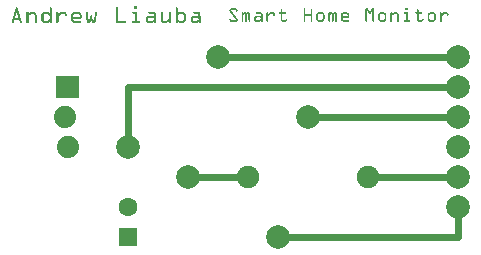
<source format=gtl>
G04 MADE WITH FRITZING*
G04 WWW.FRITZING.ORG*
G04 DOUBLE SIDED*
G04 HOLES PLATED*
G04 CONTOUR ON CENTER OF CONTOUR VECTOR*
%ASAXBY*%
%FSLAX23Y23*%
%MOIN*%
%OFA0B0*%
%SFA1.0B1.0*%
%ADD10C,0.078740*%
%ADD11C,0.074000*%
%ADD12C,0.062992*%
%ADD13C,0.075000*%
%ADD14C,0.079134*%
%ADD15R,0.062992X0.062992*%
%ADD16C,0.024000*%
%ADD17R,0.001000X0.001000*%
%LNCOPPER1*%
G90*
G70*
G54D10*
X931Y107D03*
X431Y407D03*
X731Y707D03*
X631Y307D03*
X1031Y507D03*
G54D11*
X231Y607D03*
X221Y507D03*
X231Y407D03*
X231Y607D03*
X221Y507D03*
X231Y407D03*
G54D12*
X431Y109D03*
X431Y207D03*
G54D13*
X1231Y307D03*
X831Y307D03*
G54D14*
X1531Y707D03*
X1531Y607D03*
X1531Y507D03*
X1531Y407D03*
X1531Y307D03*
X1531Y207D03*
G54D15*
X431Y109D03*
G54D16*
X1500Y707D02*
X762Y707D01*
D02*
X431Y607D02*
X431Y438D01*
D02*
X1500Y507D02*
X1062Y507D01*
D02*
X831Y607D02*
X431Y607D01*
D02*
X1500Y607D02*
X831Y607D01*
D02*
X662Y307D02*
X802Y307D01*
D02*
X1531Y107D02*
X1531Y177D01*
D02*
X962Y107D02*
X1531Y107D01*
D02*
X1500Y307D02*
X1260Y307D01*
G54D17*
X454Y876D02*
X460Y876D01*
X453Y875D02*
X461Y875D01*
X453Y874D02*
X461Y874D01*
X60Y873D02*
X62Y873D01*
X173Y873D02*
X175Y873D01*
X394Y873D02*
X396Y873D01*
X452Y873D02*
X462Y873D01*
X593Y873D02*
X595Y873D01*
X59Y872D02*
X63Y872D01*
X172Y872D02*
X176Y872D01*
X393Y872D02*
X398Y872D01*
X452Y872D02*
X462Y872D01*
X592Y872D02*
X596Y872D01*
X58Y871D02*
X64Y871D01*
X171Y871D02*
X177Y871D01*
X393Y871D02*
X398Y871D01*
X452Y871D02*
X462Y871D01*
X591Y871D02*
X597Y871D01*
X1358Y871D02*
X1363Y871D01*
X58Y870D02*
X64Y870D01*
X171Y870D02*
X177Y870D01*
X392Y870D02*
X398Y870D01*
X452Y870D02*
X462Y870D01*
X591Y870D02*
X597Y870D01*
X1357Y870D02*
X1364Y870D01*
X58Y869D02*
X64Y869D01*
X171Y869D02*
X177Y869D01*
X392Y869D02*
X398Y869D01*
X453Y869D02*
X462Y869D01*
X591Y869D02*
X597Y869D01*
X776Y869D02*
X791Y869D01*
X1020Y869D02*
X1020Y869D01*
X1043Y869D02*
X1043Y869D01*
X1225Y869D02*
X1230Y869D01*
X1246Y869D02*
X1252Y869D01*
X1357Y869D02*
X1364Y869D01*
X57Y868D02*
X65Y868D01*
X171Y868D02*
X177Y868D01*
X392Y868D02*
X398Y868D01*
X453Y868D02*
X461Y868D01*
X591Y868D02*
X597Y868D01*
X773Y868D02*
X794Y868D01*
X1019Y868D02*
X1022Y868D01*
X1041Y868D02*
X1045Y868D01*
X1224Y868D02*
X1231Y868D01*
X1245Y868D02*
X1252Y868D01*
X1357Y868D02*
X1364Y868D01*
X57Y867D02*
X65Y867D01*
X171Y867D02*
X177Y867D01*
X392Y867D02*
X398Y867D01*
X454Y867D02*
X460Y867D01*
X591Y867D02*
X597Y867D01*
X772Y867D02*
X795Y867D01*
X1018Y867D02*
X1023Y867D01*
X1041Y867D02*
X1045Y867D01*
X1224Y867D02*
X1232Y867D01*
X1244Y867D02*
X1252Y867D01*
X1357Y867D02*
X1364Y867D01*
X57Y866D02*
X65Y866D01*
X171Y866D02*
X177Y866D01*
X392Y866D02*
X398Y866D01*
X591Y866D02*
X597Y866D01*
X771Y866D02*
X796Y866D01*
X942Y866D02*
X945Y866D01*
X1018Y866D02*
X1023Y866D01*
X1041Y866D02*
X1045Y866D01*
X1224Y866D02*
X1233Y866D01*
X1243Y866D02*
X1252Y866D01*
X1357Y866D02*
X1364Y866D01*
X1396Y866D02*
X1399Y866D01*
X56Y865D02*
X66Y865D01*
X171Y865D02*
X177Y865D01*
X392Y865D02*
X398Y865D01*
X591Y865D02*
X597Y865D01*
X771Y865D02*
X797Y865D01*
X941Y865D02*
X946Y865D01*
X1018Y865D02*
X1023Y865D01*
X1041Y865D02*
X1045Y865D01*
X1224Y865D02*
X1234Y865D01*
X1243Y865D02*
X1252Y865D01*
X1357Y865D02*
X1364Y865D01*
X1396Y865D02*
X1400Y865D01*
X56Y864D02*
X66Y864D01*
X171Y864D02*
X177Y864D01*
X392Y864D02*
X398Y864D01*
X591Y864D02*
X597Y864D01*
X770Y864D02*
X797Y864D01*
X941Y864D02*
X946Y864D01*
X1018Y864D02*
X1023Y864D01*
X1041Y864D02*
X1045Y864D01*
X1224Y864D02*
X1234Y864D01*
X1242Y864D02*
X1252Y864D01*
X1358Y864D02*
X1363Y864D01*
X1395Y864D02*
X1400Y864D01*
X56Y863D02*
X66Y863D01*
X171Y863D02*
X177Y863D01*
X392Y863D02*
X398Y863D01*
X591Y863D02*
X597Y863D01*
X770Y863D02*
X775Y863D01*
X792Y863D02*
X798Y863D01*
X941Y863D02*
X946Y863D01*
X1018Y863D02*
X1023Y863D01*
X1041Y863D02*
X1045Y863D01*
X1224Y863D02*
X1235Y863D01*
X1241Y863D02*
X1252Y863D01*
X1395Y863D02*
X1400Y863D01*
X56Y862D02*
X66Y862D01*
X171Y862D02*
X177Y862D01*
X392Y862D02*
X398Y862D01*
X591Y862D02*
X597Y862D01*
X770Y862D02*
X775Y862D01*
X793Y862D02*
X798Y862D01*
X941Y862D02*
X946Y862D01*
X1018Y862D02*
X1023Y862D01*
X1041Y862D02*
X1045Y862D01*
X1224Y862D02*
X1236Y862D01*
X1241Y862D02*
X1252Y862D01*
X1395Y862D02*
X1400Y862D01*
X55Y861D02*
X67Y861D01*
X171Y861D02*
X177Y861D01*
X392Y861D02*
X398Y861D01*
X591Y861D02*
X597Y861D01*
X771Y861D02*
X776Y861D01*
X793Y861D02*
X798Y861D01*
X941Y861D02*
X946Y861D01*
X1018Y861D02*
X1023Y861D01*
X1041Y861D02*
X1045Y861D01*
X1224Y861D02*
X1236Y861D01*
X1240Y861D02*
X1252Y861D01*
X1395Y861D02*
X1400Y861D01*
X55Y860D02*
X67Y860D01*
X171Y860D02*
X177Y860D01*
X392Y860D02*
X398Y860D01*
X591Y860D02*
X597Y860D01*
X771Y860D02*
X777Y860D01*
X793Y860D02*
X797Y860D01*
X941Y860D02*
X946Y860D01*
X1018Y860D02*
X1023Y860D01*
X1041Y860D02*
X1045Y860D01*
X1224Y860D02*
X1229Y860D01*
X1231Y860D02*
X1237Y860D01*
X1239Y860D02*
X1245Y860D01*
X1247Y860D02*
X1252Y860D01*
X1395Y860D02*
X1400Y860D01*
X55Y859D02*
X67Y859D01*
X171Y859D02*
X177Y859D01*
X392Y859D02*
X398Y859D01*
X591Y859D02*
X597Y859D01*
X771Y859D02*
X778Y859D01*
X794Y859D02*
X796Y859D01*
X941Y859D02*
X946Y859D01*
X1018Y859D02*
X1023Y859D01*
X1041Y859D02*
X1045Y859D01*
X1224Y859D02*
X1229Y859D01*
X1232Y859D02*
X1245Y859D01*
X1247Y859D02*
X1252Y859D01*
X1395Y859D02*
X1400Y859D01*
X54Y858D02*
X68Y858D01*
X95Y858D02*
X99Y858D01*
X109Y858D02*
X120Y858D01*
X153Y858D02*
X165Y858D01*
X171Y858D02*
X177Y858D01*
X195Y858D02*
X198Y858D01*
X208Y858D02*
X221Y858D01*
X252Y858D02*
X268Y858D01*
X294Y858D02*
X297Y858D01*
X322Y858D02*
X326Y858D01*
X392Y858D02*
X398Y858D01*
X447Y858D02*
X460Y858D01*
X500Y858D02*
X518Y858D01*
X543Y858D02*
X546Y858D01*
X570Y858D02*
X574Y858D01*
X591Y858D02*
X597Y858D01*
X604Y858D02*
X616Y858D01*
X649Y858D02*
X667Y858D01*
X772Y858D02*
X778Y858D01*
X941Y858D02*
X946Y858D01*
X1018Y858D02*
X1023Y858D01*
X1041Y858D02*
X1045Y858D01*
X1224Y858D02*
X1229Y858D01*
X1232Y858D02*
X1244Y858D01*
X1247Y858D02*
X1252Y858D01*
X1395Y858D02*
X1400Y858D01*
X54Y857D02*
X68Y857D01*
X95Y857D02*
X100Y857D01*
X107Y857D02*
X122Y857D01*
X151Y857D02*
X167Y857D01*
X171Y857D02*
X177Y857D01*
X194Y857D02*
X199Y857D01*
X207Y857D02*
X222Y857D01*
X250Y857D02*
X270Y857D01*
X293Y857D02*
X298Y857D01*
X321Y857D02*
X326Y857D01*
X392Y857D02*
X398Y857D01*
X446Y857D02*
X461Y857D01*
X499Y857D02*
X520Y857D01*
X542Y857D02*
X547Y857D01*
X569Y857D02*
X574Y857D01*
X591Y857D02*
X597Y857D01*
X602Y857D02*
X618Y857D01*
X648Y857D02*
X669Y857D01*
X773Y857D02*
X779Y857D01*
X941Y857D02*
X946Y857D01*
X1018Y857D02*
X1023Y857D01*
X1041Y857D02*
X1045Y857D01*
X1224Y857D02*
X1229Y857D01*
X1233Y857D02*
X1243Y857D01*
X1247Y857D02*
X1252Y857D01*
X1395Y857D02*
X1400Y857D01*
X54Y856D02*
X60Y856D01*
X62Y856D02*
X68Y856D01*
X94Y856D02*
X100Y856D01*
X106Y856D02*
X123Y856D01*
X149Y856D02*
X168Y856D01*
X171Y856D02*
X177Y856D01*
X194Y856D02*
X199Y856D01*
X206Y856D02*
X224Y856D01*
X249Y856D02*
X271Y856D01*
X292Y856D02*
X298Y856D01*
X321Y856D02*
X327Y856D01*
X392Y856D02*
X398Y856D01*
X446Y856D02*
X462Y856D01*
X499Y856D02*
X521Y856D01*
X542Y856D02*
X547Y856D01*
X569Y856D02*
X575Y856D01*
X591Y856D02*
X597Y856D01*
X600Y856D02*
X619Y856D01*
X648Y856D02*
X670Y856D01*
X774Y856D02*
X780Y856D01*
X812Y856D02*
X815Y856D01*
X818Y856D02*
X824Y856D01*
X830Y856D02*
X835Y856D01*
X859Y856D02*
X875Y856D01*
X895Y856D02*
X898Y856D01*
X906Y856D02*
X917Y856D01*
X936Y856D02*
X959Y856D01*
X1018Y856D02*
X1023Y856D01*
X1041Y856D02*
X1045Y856D01*
X1066Y856D02*
X1080Y856D01*
X1101Y856D02*
X1104Y856D01*
X1107Y856D02*
X1113Y856D01*
X1119Y856D02*
X1124Y856D01*
X1149Y856D02*
X1163Y856D01*
X1224Y856D02*
X1229Y856D01*
X1234Y856D02*
X1243Y856D01*
X1247Y856D02*
X1252Y856D01*
X1272Y856D02*
X1286Y856D01*
X1308Y856D02*
X1311Y856D01*
X1319Y856D02*
X1329Y856D01*
X1352Y856D02*
X1364Y856D01*
X1390Y856D02*
X1413Y856D01*
X1438Y856D02*
X1452Y856D01*
X1473Y856D02*
X1476Y856D01*
X1484Y856D02*
X1495Y856D01*
X54Y855D02*
X60Y855D01*
X62Y855D02*
X69Y855D01*
X94Y855D02*
X100Y855D01*
X104Y855D02*
X124Y855D01*
X148Y855D02*
X169Y855D01*
X171Y855D02*
X177Y855D01*
X194Y855D02*
X200Y855D01*
X205Y855D02*
X224Y855D01*
X248Y855D02*
X272Y855D01*
X292Y855D02*
X298Y855D01*
X321Y855D02*
X327Y855D01*
X392Y855D02*
X398Y855D01*
X446Y855D02*
X462Y855D01*
X499Y855D02*
X522Y855D01*
X542Y855D02*
X547Y855D01*
X569Y855D02*
X575Y855D01*
X591Y855D02*
X597Y855D01*
X599Y855D02*
X620Y855D01*
X648Y855D02*
X671Y855D01*
X774Y855D02*
X781Y855D01*
X811Y855D02*
X825Y855D01*
X828Y855D02*
X836Y855D01*
X859Y855D02*
X876Y855D01*
X894Y855D02*
X899Y855D01*
X905Y855D02*
X918Y855D01*
X936Y855D02*
X960Y855D01*
X1018Y855D02*
X1023Y855D01*
X1041Y855D02*
X1045Y855D01*
X1065Y855D02*
X1081Y855D01*
X1100Y855D02*
X1114Y855D01*
X1117Y855D02*
X1125Y855D01*
X1147Y855D02*
X1164Y855D01*
X1224Y855D02*
X1229Y855D01*
X1234Y855D02*
X1242Y855D01*
X1247Y855D02*
X1252Y855D01*
X1271Y855D02*
X1288Y855D01*
X1307Y855D02*
X1312Y855D01*
X1317Y855D02*
X1331Y855D01*
X1351Y855D02*
X1364Y855D01*
X1390Y855D02*
X1414Y855D01*
X1436Y855D02*
X1453Y855D01*
X1472Y855D02*
X1477Y855D01*
X1483Y855D02*
X1496Y855D01*
X53Y854D02*
X59Y854D01*
X63Y854D02*
X69Y854D01*
X94Y854D02*
X100Y854D01*
X103Y854D02*
X125Y854D01*
X147Y854D02*
X177Y854D01*
X194Y854D02*
X200Y854D01*
X204Y854D02*
X225Y854D01*
X247Y854D02*
X273Y854D01*
X292Y854D02*
X298Y854D01*
X321Y854D02*
X327Y854D01*
X392Y854D02*
X398Y854D01*
X446Y854D02*
X462Y854D01*
X499Y854D02*
X523Y854D01*
X542Y854D02*
X548Y854D01*
X569Y854D02*
X575Y854D01*
X591Y854D02*
X621Y854D01*
X648Y854D02*
X672Y854D01*
X775Y854D02*
X782Y854D01*
X811Y854D02*
X837Y854D01*
X859Y854D02*
X877Y854D01*
X894Y854D02*
X899Y854D01*
X904Y854D02*
X919Y854D01*
X935Y854D02*
X960Y854D01*
X1018Y854D02*
X1023Y854D01*
X1041Y854D02*
X1045Y854D01*
X1063Y854D02*
X1083Y854D01*
X1100Y854D02*
X1126Y854D01*
X1146Y854D02*
X1165Y854D01*
X1224Y854D02*
X1229Y854D01*
X1235Y854D02*
X1241Y854D01*
X1247Y854D02*
X1252Y854D01*
X1270Y854D02*
X1289Y854D01*
X1307Y854D02*
X1312Y854D01*
X1316Y854D02*
X1332Y854D01*
X1351Y854D02*
X1364Y854D01*
X1390Y854D02*
X1414Y854D01*
X1435Y854D02*
X1454Y854D01*
X1472Y854D02*
X1477Y854D01*
X1482Y854D02*
X1497Y854D01*
X53Y853D02*
X59Y853D01*
X63Y853D02*
X69Y853D01*
X94Y853D02*
X125Y853D01*
X146Y853D02*
X177Y853D01*
X194Y853D02*
X200Y853D01*
X203Y853D02*
X226Y853D01*
X246Y853D02*
X274Y853D01*
X292Y853D02*
X298Y853D01*
X321Y853D02*
X327Y853D01*
X392Y853D02*
X398Y853D01*
X447Y853D02*
X462Y853D01*
X500Y853D02*
X523Y853D01*
X542Y853D02*
X548Y853D01*
X569Y853D02*
X575Y853D01*
X591Y853D02*
X622Y853D01*
X649Y853D02*
X672Y853D01*
X776Y853D02*
X782Y853D01*
X811Y853D02*
X838Y853D01*
X859Y853D02*
X878Y853D01*
X894Y853D02*
X899Y853D01*
X903Y853D02*
X920Y853D01*
X936Y853D02*
X960Y853D01*
X1018Y853D02*
X1023Y853D01*
X1041Y853D02*
X1045Y853D01*
X1062Y853D02*
X1084Y853D01*
X1100Y853D02*
X1127Y853D01*
X1145Y853D02*
X1166Y853D01*
X1224Y853D02*
X1229Y853D01*
X1236Y853D02*
X1241Y853D01*
X1247Y853D02*
X1252Y853D01*
X1269Y853D02*
X1290Y853D01*
X1307Y853D02*
X1312Y853D01*
X1314Y853D02*
X1332Y853D01*
X1351Y853D02*
X1364Y853D01*
X1390Y853D02*
X1414Y853D01*
X1434Y853D02*
X1455Y853D01*
X1472Y853D02*
X1477Y853D01*
X1481Y853D02*
X1498Y853D01*
X53Y852D02*
X59Y852D01*
X63Y852D02*
X69Y852D01*
X94Y852D02*
X126Y852D01*
X146Y852D02*
X177Y852D01*
X194Y852D02*
X226Y852D01*
X245Y852D02*
X275Y852D01*
X292Y852D02*
X298Y852D01*
X321Y852D02*
X327Y852D01*
X392Y852D02*
X398Y852D01*
X449Y852D02*
X462Y852D01*
X502Y852D02*
X524Y852D01*
X542Y852D02*
X548Y852D01*
X569Y852D02*
X575Y852D01*
X591Y852D02*
X623Y852D01*
X651Y852D02*
X673Y852D01*
X777Y852D02*
X783Y852D01*
X811Y852D02*
X838Y852D01*
X859Y852D02*
X879Y852D01*
X894Y852D02*
X899Y852D01*
X901Y852D02*
X921Y852D01*
X936Y852D02*
X959Y852D01*
X1018Y852D02*
X1023Y852D01*
X1041Y852D02*
X1045Y852D01*
X1061Y852D02*
X1085Y852D01*
X1100Y852D02*
X1127Y852D01*
X1144Y852D02*
X1167Y852D01*
X1224Y852D02*
X1229Y852D01*
X1236Y852D02*
X1241Y852D01*
X1247Y852D02*
X1252Y852D01*
X1268Y852D02*
X1291Y852D01*
X1307Y852D02*
X1333Y852D01*
X1352Y852D02*
X1364Y852D01*
X1391Y852D02*
X1413Y852D01*
X1433Y852D02*
X1456Y852D01*
X1472Y852D02*
X1477Y852D01*
X1479Y852D02*
X1499Y852D01*
X52Y851D02*
X59Y851D01*
X63Y851D02*
X70Y851D01*
X94Y851D02*
X110Y851D01*
X119Y851D02*
X126Y851D01*
X145Y851D02*
X153Y851D01*
X164Y851D02*
X177Y851D01*
X194Y851D02*
X210Y851D01*
X220Y851D02*
X227Y851D01*
X244Y851D02*
X253Y851D01*
X267Y851D02*
X275Y851D01*
X292Y851D02*
X298Y851D01*
X321Y851D02*
X327Y851D01*
X392Y851D02*
X398Y851D01*
X456Y851D02*
X462Y851D01*
X517Y851D02*
X524Y851D01*
X542Y851D02*
X548Y851D01*
X569Y851D02*
X575Y851D01*
X591Y851D02*
X604Y851D01*
X615Y851D02*
X623Y851D01*
X666Y851D02*
X673Y851D01*
X777Y851D02*
X784Y851D01*
X811Y851D02*
X820Y851D01*
X822Y851D02*
X831Y851D01*
X833Y851D02*
X838Y851D01*
X873Y851D02*
X879Y851D01*
X894Y851D02*
X908Y851D01*
X915Y851D02*
X921Y851D01*
X941Y851D02*
X946Y851D01*
X1018Y851D02*
X1023Y851D01*
X1041Y851D02*
X1045Y851D01*
X1061Y851D02*
X1068Y851D01*
X1078Y851D02*
X1086Y851D01*
X1100Y851D02*
X1109Y851D01*
X1111Y851D02*
X1120Y851D01*
X1122Y851D02*
X1127Y851D01*
X1143Y851D02*
X1151Y851D01*
X1160Y851D02*
X1168Y851D01*
X1224Y851D02*
X1229Y851D01*
X1236Y851D02*
X1240Y851D01*
X1247Y851D02*
X1252Y851D01*
X1267Y851D02*
X1275Y851D01*
X1284Y851D02*
X1292Y851D01*
X1307Y851D02*
X1321Y851D01*
X1327Y851D02*
X1333Y851D01*
X1359Y851D02*
X1364Y851D01*
X1395Y851D02*
X1400Y851D01*
X1432Y851D02*
X1440Y851D01*
X1449Y851D02*
X1457Y851D01*
X1472Y851D02*
X1486Y851D01*
X1493Y851D02*
X1499Y851D01*
X52Y850D02*
X58Y850D01*
X64Y850D02*
X70Y850D01*
X94Y850D02*
X108Y850D01*
X120Y850D02*
X126Y850D01*
X145Y850D02*
X152Y850D01*
X165Y850D02*
X177Y850D01*
X194Y850D02*
X209Y850D01*
X220Y850D02*
X227Y850D01*
X244Y850D02*
X252Y850D01*
X269Y850D02*
X276Y850D01*
X292Y850D02*
X298Y850D01*
X321Y850D02*
X327Y850D01*
X392Y850D02*
X398Y850D01*
X456Y850D02*
X462Y850D01*
X518Y850D02*
X524Y850D01*
X542Y850D02*
X548Y850D01*
X569Y850D02*
X575Y850D01*
X591Y850D02*
X603Y850D01*
X616Y850D02*
X624Y850D01*
X667Y850D02*
X673Y850D01*
X778Y850D02*
X785Y850D01*
X811Y850D02*
X819Y850D01*
X823Y850D02*
X830Y850D01*
X834Y850D02*
X839Y850D01*
X874Y850D02*
X879Y850D01*
X894Y850D02*
X907Y850D01*
X916Y850D02*
X921Y850D01*
X941Y850D02*
X946Y850D01*
X1018Y850D02*
X1023Y850D01*
X1041Y850D02*
X1045Y850D01*
X1060Y850D02*
X1066Y850D01*
X1080Y850D02*
X1086Y850D01*
X1100Y850D02*
X1108Y850D01*
X1112Y850D02*
X1119Y850D01*
X1123Y850D02*
X1128Y850D01*
X1143Y850D02*
X1149Y850D01*
X1162Y850D02*
X1169Y850D01*
X1224Y850D02*
X1229Y850D01*
X1236Y850D02*
X1240Y850D01*
X1247Y850D02*
X1252Y850D01*
X1267Y850D02*
X1273Y850D01*
X1286Y850D02*
X1292Y850D01*
X1307Y850D02*
X1319Y850D01*
X1328Y850D02*
X1334Y850D01*
X1360Y850D02*
X1364Y850D01*
X1395Y850D02*
X1400Y850D01*
X1432Y850D02*
X1438Y850D01*
X1451Y850D02*
X1458Y850D01*
X1472Y850D02*
X1485Y850D01*
X1494Y850D02*
X1499Y850D01*
X52Y849D02*
X58Y849D01*
X64Y849D02*
X70Y849D01*
X94Y849D02*
X107Y849D01*
X120Y849D02*
X126Y849D01*
X144Y849D02*
X151Y849D01*
X166Y849D02*
X177Y849D01*
X194Y849D02*
X208Y849D01*
X221Y849D02*
X227Y849D01*
X244Y849D02*
X250Y849D01*
X269Y849D02*
X276Y849D01*
X292Y849D02*
X298Y849D01*
X321Y849D02*
X327Y849D01*
X392Y849D02*
X398Y849D01*
X456Y849D02*
X462Y849D01*
X518Y849D02*
X524Y849D01*
X542Y849D02*
X548Y849D01*
X569Y849D02*
X575Y849D01*
X591Y849D02*
X602Y849D01*
X617Y849D02*
X624Y849D01*
X667Y849D02*
X673Y849D01*
X779Y849D02*
X785Y849D01*
X811Y849D02*
X818Y849D01*
X823Y849D02*
X829Y849D01*
X834Y849D02*
X839Y849D01*
X875Y849D02*
X880Y849D01*
X894Y849D02*
X906Y849D01*
X917Y849D02*
X922Y849D01*
X941Y849D02*
X946Y849D01*
X1018Y849D02*
X1045Y849D01*
X1060Y849D02*
X1065Y849D01*
X1081Y849D02*
X1086Y849D01*
X1100Y849D02*
X1107Y849D01*
X1112Y849D02*
X1118Y849D01*
X1123Y849D02*
X1128Y849D01*
X1142Y849D02*
X1148Y849D01*
X1163Y849D02*
X1169Y849D01*
X1224Y849D02*
X1229Y849D01*
X1238Y849D02*
X1239Y849D01*
X1247Y849D02*
X1252Y849D01*
X1266Y849D02*
X1272Y849D01*
X1287Y849D02*
X1293Y849D01*
X1307Y849D02*
X1318Y849D01*
X1329Y849D02*
X1334Y849D01*
X1360Y849D02*
X1364Y849D01*
X1395Y849D02*
X1400Y849D01*
X1431Y849D02*
X1437Y849D01*
X1452Y849D02*
X1458Y849D01*
X1472Y849D02*
X1484Y849D01*
X1495Y849D02*
X1500Y849D01*
X51Y848D02*
X58Y848D01*
X64Y848D02*
X71Y848D01*
X94Y848D02*
X105Y848D01*
X121Y848D02*
X127Y848D01*
X144Y848D02*
X150Y848D01*
X168Y848D02*
X177Y848D01*
X194Y848D02*
X206Y848D01*
X221Y848D02*
X227Y848D01*
X243Y848D02*
X250Y848D01*
X270Y848D02*
X276Y848D01*
X292Y848D02*
X298Y848D01*
X321Y848D02*
X327Y848D01*
X392Y848D02*
X398Y848D01*
X456Y848D02*
X462Y848D01*
X518Y848D02*
X524Y848D01*
X542Y848D02*
X548Y848D01*
X569Y848D02*
X575Y848D01*
X591Y848D02*
X601Y848D01*
X618Y848D02*
X624Y848D01*
X667Y848D02*
X673Y848D01*
X780Y848D02*
X786Y848D01*
X811Y848D02*
X817Y848D01*
X823Y848D02*
X828Y848D01*
X834Y848D02*
X839Y848D01*
X875Y848D02*
X880Y848D01*
X894Y848D02*
X905Y848D01*
X917Y848D02*
X922Y848D01*
X941Y848D02*
X946Y848D01*
X1018Y848D02*
X1045Y848D01*
X1059Y848D02*
X1065Y848D01*
X1082Y848D02*
X1087Y848D01*
X1100Y848D02*
X1106Y848D01*
X1112Y848D02*
X1117Y848D01*
X1123Y848D02*
X1128Y848D01*
X1142Y848D02*
X1147Y848D01*
X1164Y848D02*
X1169Y848D01*
X1224Y848D02*
X1229Y848D01*
X1247Y848D02*
X1252Y848D01*
X1266Y848D02*
X1271Y848D01*
X1288Y848D02*
X1293Y848D01*
X1307Y848D02*
X1316Y848D01*
X1329Y848D02*
X1334Y848D01*
X1360Y848D02*
X1364Y848D01*
X1395Y848D02*
X1400Y848D01*
X1431Y848D02*
X1436Y848D01*
X1453Y848D02*
X1458Y848D01*
X1472Y848D02*
X1483Y848D01*
X1495Y848D02*
X1500Y848D01*
X51Y847D02*
X57Y847D01*
X65Y847D02*
X71Y847D01*
X94Y847D02*
X104Y847D01*
X121Y847D02*
X127Y847D01*
X144Y847D02*
X150Y847D01*
X169Y847D02*
X177Y847D01*
X194Y847D02*
X205Y847D01*
X221Y847D02*
X227Y847D01*
X243Y847D02*
X249Y847D01*
X271Y847D02*
X276Y847D01*
X293Y847D02*
X298Y847D01*
X309Y847D02*
X310Y847D01*
X321Y847D02*
X327Y847D01*
X392Y847D02*
X398Y847D01*
X456Y847D02*
X462Y847D01*
X518Y847D02*
X524Y847D01*
X542Y847D02*
X548Y847D01*
X569Y847D02*
X575Y847D01*
X591Y847D02*
X600Y847D01*
X619Y847D02*
X624Y847D01*
X667Y847D02*
X673Y847D01*
X781Y847D02*
X787Y847D01*
X811Y847D02*
X816Y847D01*
X823Y847D02*
X828Y847D01*
X834Y847D02*
X839Y847D01*
X875Y847D02*
X880Y847D01*
X894Y847D02*
X904Y847D01*
X917Y847D02*
X922Y847D01*
X941Y847D02*
X946Y847D01*
X1018Y847D02*
X1045Y847D01*
X1059Y847D02*
X1064Y847D01*
X1082Y847D02*
X1087Y847D01*
X1100Y847D02*
X1105Y847D01*
X1112Y847D02*
X1117Y847D01*
X1123Y847D02*
X1128Y847D01*
X1142Y847D02*
X1147Y847D01*
X1164Y847D02*
X1169Y847D01*
X1224Y847D02*
X1229Y847D01*
X1247Y847D02*
X1252Y847D01*
X1266Y847D02*
X1271Y847D01*
X1288Y847D02*
X1293Y847D01*
X1307Y847D02*
X1315Y847D01*
X1329Y847D02*
X1334Y847D01*
X1360Y847D02*
X1364Y847D01*
X1395Y847D02*
X1400Y847D01*
X1431Y847D02*
X1436Y847D01*
X1453Y847D02*
X1458Y847D01*
X1472Y847D02*
X1482Y847D01*
X1495Y847D02*
X1500Y847D01*
X51Y846D02*
X57Y846D01*
X65Y846D02*
X71Y846D01*
X94Y846D02*
X102Y846D01*
X121Y846D02*
X127Y846D01*
X144Y846D02*
X150Y846D01*
X170Y846D02*
X177Y846D01*
X194Y846D02*
X204Y846D01*
X221Y846D02*
X227Y846D01*
X243Y846D02*
X249Y846D01*
X271Y846D02*
X277Y846D01*
X293Y846D02*
X299Y846D01*
X308Y846D02*
X312Y846D01*
X321Y846D02*
X327Y846D01*
X392Y846D02*
X398Y846D01*
X456Y846D02*
X462Y846D01*
X518Y846D02*
X524Y846D01*
X542Y846D02*
X548Y846D01*
X569Y846D02*
X575Y846D01*
X591Y846D02*
X598Y846D01*
X619Y846D02*
X625Y846D01*
X667Y846D02*
X673Y846D01*
X781Y846D02*
X788Y846D01*
X811Y846D02*
X816Y846D01*
X823Y846D02*
X828Y846D01*
X834Y846D02*
X839Y846D01*
X875Y846D02*
X880Y846D01*
X894Y846D02*
X902Y846D01*
X917Y846D02*
X921Y846D01*
X941Y846D02*
X946Y846D01*
X1018Y846D02*
X1045Y846D01*
X1059Y846D02*
X1064Y846D01*
X1082Y846D02*
X1087Y846D01*
X1100Y846D02*
X1105Y846D01*
X1112Y846D02*
X1117Y846D01*
X1123Y846D02*
X1128Y846D01*
X1142Y846D02*
X1147Y846D01*
X1165Y846D02*
X1169Y846D01*
X1224Y846D02*
X1229Y846D01*
X1247Y846D02*
X1252Y846D01*
X1266Y846D02*
X1271Y846D01*
X1288Y846D02*
X1293Y846D01*
X1307Y846D02*
X1313Y846D01*
X1329Y846D02*
X1334Y846D01*
X1360Y846D02*
X1364Y846D01*
X1395Y846D02*
X1400Y846D01*
X1431Y846D02*
X1436Y846D01*
X1454Y846D02*
X1458Y846D01*
X1472Y846D02*
X1480Y846D01*
X1495Y846D02*
X1499Y846D01*
X51Y845D02*
X57Y845D01*
X65Y845D02*
X71Y845D01*
X94Y845D02*
X101Y845D01*
X121Y845D02*
X127Y845D01*
X144Y845D02*
X150Y845D01*
X171Y845D02*
X177Y845D01*
X194Y845D02*
X203Y845D01*
X221Y845D02*
X226Y845D01*
X243Y845D02*
X249Y845D01*
X271Y845D02*
X277Y845D01*
X293Y845D02*
X299Y845D01*
X307Y845D02*
X312Y845D01*
X321Y845D02*
X327Y845D01*
X392Y845D02*
X398Y845D01*
X456Y845D02*
X462Y845D01*
X518Y845D02*
X524Y845D01*
X542Y845D02*
X548Y845D01*
X569Y845D02*
X575Y845D01*
X591Y845D02*
X598Y845D01*
X619Y845D02*
X625Y845D01*
X668Y845D02*
X673Y845D01*
X782Y845D02*
X789Y845D01*
X811Y845D02*
X816Y845D01*
X823Y845D02*
X828Y845D01*
X834Y845D02*
X839Y845D01*
X875Y845D02*
X880Y845D01*
X894Y845D02*
X901Y845D01*
X918Y845D02*
X921Y845D01*
X941Y845D02*
X946Y845D01*
X1018Y845D02*
X1045Y845D01*
X1059Y845D02*
X1064Y845D01*
X1082Y845D02*
X1087Y845D01*
X1100Y845D02*
X1105Y845D01*
X1112Y845D02*
X1117Y845D01*
X1123Y845D02*
X1128Y845D01*
X1142Y845D02*
X1147Y845D01*
X1165Y845D02*
X1169Y845D01*
X1224Y845D02*
X1229Y845D01*
X1247Y845D02*
X1252Y845D01*
X1266Y845D02*
X1271Y845D01*
X1288Y845D02*
X1293Y845D01*
X1307Y845D02*
X1312Y845D01*
X1329Y845D02*
X1334Y845D01*
X1360Y845D02*
X1364Y845D01*
X1395Y845D02*
X1400Y845D01*
X1431Y845D02*
X1436Y845D01*
X1454Y845D02*
X1458Y845D01*
X1472Y845D02*
X1479Y845D01*
X1496Y845D02*
X1499Y845D01*
X50Y844D02*
X57Y844D01*
X65Y844D02*
X72Y844D01*
X94Y844D02*
X100Y844D01*
X121Y844D02*
X127Y844D01*
X144Y844D02*
X150Y844D01*
X171Y844D02*
X177Y844D01*
X194Y844D02*
X202Y844D01*
X222Y844D02*
X225Y844D01*
X243Y844D02*
X249Y844D01*
X271Y844D02*
X277Y844D01*
X293Y844D02*
X299Y844D01*
X307Y844D02*
X313Y844D01*
X321Y844D02*
X327Y844D01*
X392Y844D02*
X398Y844D01*
X456Y844D02*
X462Y844D01*
X500Y844D02*
X524Y844D01*
X542Y844D02*
X548Y844D01*
X569Y844D02*
X575Y844D01*
X591Y844D02*
X597Y844D01*
X619Y844D02*
X625Y844D01*
X649Y844D02*
X674Y844D01*
X783Y844D02*
X789Y844D01*
X811Y844D02*
X816Y844D01*
X823Y844D02*
X828Y844D01*
X834Y844D02*
X839Y844D01*
X858Y844D02*
X880Y844D01*
X894Y844D02*
X900Y844D01*
X919Y844D02*
X919Y844D01*
X941Y844D02*
X946Y844D01*
X1018Y844D02*
X1045Y844D01*
X1059Y844D02*
X1064Y844D01*
X1082Y844D02*
X1087Y844D01*
X1100Y844D02*
X1105Y844D01*
X1112Y844D02*
X1117Y844D01*
X1123Y844D02*
X1128Y844D01*
X1142Y844D02*
X1147Y844D01*
X1165Y844D02*
X1169Y844D01*
X1224Y844D02*
X1229Y844D01*
X1247Y844D02*
X1252Y844D01*
X1266Y844D02*
X1271Y844D01*
X1288Y844D02*
X1293Y844D01*
X1307Y844D02*
X1312Y844D01*
X1329Y844D02*
X1334Y844D01*
X1360Y844D02*
X1364Y844D01*
X1395Y844D02*
X1400Y844D01*
X1431Y844D02*
X1436Y844D01*
X1454Y844D02*
X1458Y844D01*
X1472Y844D02*
X1478Y844D01*
X1497Y844D02*
X1497Y844D01*
X50Y843D02*
X56Y843D01*
X66Y843D02*
X72Y843D01*
X94Y843D02*
X100Y843D01*
X121Y843D02*
X127Y843D01*
X144Y843D02*
X150Y843D01*
X171Y843D02*
X177Y843D01*
X194Y843D02*
X201Y843D01*
X243Y843D02*
X249Y843D01*
X271Y843D02*
X277Y843D01*
X293Y843D02*
X299Y843D01*
X307Y843D02*
X313Y843D01*
X321Y843D02*
X327Y843D01*
X392Y843D02*
X398Y843D01*
X456Y843D02*
X462Y843D01*
X497Y843D02*
X524Y843D01*
X542Y843D02*
X548Y843D01*
X569Y843D02*
X575Y843D01*
X591Y843D02*
X597Y843D01*
X619Y843D02*
X625Y843D01*
X646Y843D02*
X674Y843D01*
X784Y843D02*
X790Y843D01*
X811Y843D02*
X816Y843D01*
X823Y843D02*
X828Y843D01*
X834Y843D02*
X839Y843D01*
X856Y843D02*
X880Y843D01*
X894Y843D02*
X899Y843D01*
X941Y843D02*
X946Y843D01*
X1018Y843D02*
X1023Y843D01*
X1041Y843D02*
X1045Y843D01*
X1059Y843D02*
X1064Y843D01*
X1082Y843D02*
X1087Y843D01*
X1100Y843D02*
X1105Y843D01*
X1112Y843D02*
X1117Y843D01*
X1123Y843D02*
X1128Y843D01*
X1142Y843D02*
X1147Y843D01*
X1165Y843D02*
X1169Y843D01*
X1224Y843D02*
X1229Y843D01*
X1247Y843D02*
X1252Y843D01*
X1266Y843D02*
X1271Y843D01*
X1288Y843D02*
X1293Y843D01*
X1307Y843D02*
X1312Y843D01*
X1329Y843D02*
X1334Y843D01*
X1360Y843D02*
X1364Y843D01*
X1395Y843D02*
X1400Y843D01*
X1431Y843D02*
X1436Y843D01*
X1454Y843D02*
X1458Y843D01*
X1472Y843D02*
X1477Y843D01*
X50Y842D02*
X56Y842D01*
X66Y842D02*
X72Y842D01*
X94Y842D02*
X100Y842D01*
X121Y842D02*
X127Y842D01*
X144Y842D02*
X150Y842D01*
X171Y842D02*
X177Y842D01*
X194Y842D02*
X200Y842D01*
X243Y842D02*
X249Y842D01*
X271Y842D02*
X277Y842D01*
X293Y842D02*
X299Y842D01*
X307Y842D02*
X313Y842D01*
X321Y842D02*
X326Y842D01*
X392Y842D02*
X398Y842D01*
X456Y842D02*
X462Y842D01*
X496Y842D02*
X524Y842D01*
X542Y842D02*
X548Y842D01*
X569Y842D02*
X575Y842D01*
X591Y842D02*
X597Y842D01*
X619Y842D02*
X625Y842D01*
X645Y842D02*
X674Y842D01*
X784Y842D02*
X791Y842D01*
X811Y842D02*
X816Y842D01*
X823Y842D02*
X828Y842D01*
X834Y842D02*
X839Y842D01*
X855Y842D02*
X880Y842D01*
X894Y842D02*
X899Y842D01*
X941Y842D02*
X946Y842D01*
X1018Y842D02*
X1023Y842D01*
X1041Y842D02*
X1045Y842D01*
X1059Y842D02*
X1064Y842D01*
X1082Y842D02*
X1087Y842D01*
X1100Y842D02*
X1105Y842D01*
X1112Y842D02*
X1117Y842D01*
X1123Y842D02*
X1128Y842D01*
X1142Y842D02*
X1169Y842D01*
X1224Y842D02*
X1229Y842D01*
X1247Y842D02*
X1252Y842D01*
X1266Y842D02*
X1271Y842D01*
X1288Y842D02*
X1293Y842D01*
X1307Y842D02*
X1312Y842D01*
X1329Y842D02*
X1334Y842D01*
X1360Y842D02*
X1364Y842D01*
X1395Y842D02*
X1400Y842D01*
X1431Y842D02*
X1436Y842D01*
X1454Y842D02*
X1458Y842D01*
X1472Y842D02*
X1477Y842D01*
X49Y841D02*
X56Y841D01*
X66Y841D02*
X73Y841D01*
X94Y841D02*
X100Y841D01*
X121Y841D02*
X127Y841D01*
X144Y841D02*
X150Y841D01*
X171Y841D02*
X177Y841D01*
X194Y841D02*
X200Y841D01*
X243Y841D02*
X277Y841D01*
X293Y841D02*
X299Y841D01*
X307Y841D02*
X313Y841D01*
X320Y841D02*
X326Y841D01*
X392Y841D02*
X398Y841D01*
X456Y841D02*
X462Y841D01*
X495Y841D02*
X524Y841D01*
X542Y841D02*
X548Y841D01*
X569Y841D02*
X575Y841D01*
X591Y841D02*
X597Y841D01*
X619Y841D02*
X625Y841D01*
X644Y841D02*
X674Y841D01*
X785Y841D02*
X792Y841D01*
X811Y841D02*
X816Y841D01*
X823Y841D02*
X828Y841D01*
X834Y841D02*
X839Y841D01*
X854Y841D02*
X880Y841D01*
X894Y841D02*
X899Y841D01*
X941Y841D02*
X946Y841D01*
X1018Y841D02*
X1023Y841D01*
X1041Y841D02*
X1045Y841D01*
X1059Y841D02*
X1064Y841D01*
X1082Y841D02*
X1087Y841D01*
X1100Y841D02*
X1105Y841D01*
X1112Y841D02*
X1117Y841D01*
X1123Y841D02*
X1128Y841D01*
X1142Y841D02*
X1169Y841D01*
X1224Y841D02*
X1229Y841D01*
X1247Y841D02*
X1252Y841D01*
X1266Y841D02*
X1271Y841D01*
X1288Y841D02*
X1293Y841D01*
X1307Y841D02*
X1312Y841D01*
X1329Y841D02*
X1334Y841D01*
X1360Y841D02*
X1364Y841D01*
X1395Y841D02*
X1400Y841D01*
X1431Y841D02*
X1436Y841D01*
X1454Y841D02*
X1458Y841D01*
X1472Y841D02*
X1477Y841D01*
X49Y840D02*
X55Y840D01*
X67Y840D02*
X73Y840D01*
X94Y840D02*
X100Y840D01*
X121Y840D02*
X127Y840D01*
X144Y840D02*
X150Y840D01*
X171Y840D02*
X177Y840D01*
X194Y840D02*
X200Y840D01*
X243Y840D02*
X277Y840D01*
X293Y840D02*
X299Y840D01*
X307Y840D02*
X313Y840D01*
X320Y840D02*
X326Y840D01*
X392Y840D02*
X398Y840D01*
X456Y840D02*
X462Y840D01*
X494Y840D02*
X525Y840D01*
X542Y840D02*
X548Y840D01*
X569Y840D02*
X575Y840D01*
X591Y840D02*
X597Y840D01*
X619Y840D02*
X625Y840D01*
X643Y840D02*
X674Y840D01*
X786Y840D02*
X792Y840D01*
X811Y840D02*
X816Y840D01*
X823Y840D02*
X828Y840D01*
X834Y840D02*
X839Y840D01*
X854Y840D02*
X880Y840D01*
X894Y840D02*
X899Y840D01*
X941Y840D02*
X946Y840D01*
X1018Y840D02*
X1023Y840D01*
X1041Y840D02*
X1045Y840D01*
X1059Y840D02*
X1064Y840D01*
X1082Y840D02*
X1087Y840D01*
X1100Y840D02*
X1105Y840D01*
X1112Y840D02*
X1117Y840D01*
X1123Y840D02*
X1128Y840D01*
X1142Y840D02*
X1169Y840D01*
X1224Y840D02*
X1229Y840D01*
X1247Y840D02*
X1252Y840D01*
X1266Y840D02*
X1271Y840D01*
X1288Y840D02*
X1293Y840D01*
X1307Y840D02*
X1312Y840D01*
X1329Y840D02*
X1334Y840D01*
X1360Y840D02*
X1364Y840D01*
X1395Y840D02*
X1400Y840D01*
X1431Y840D02*
X1436Y840D01*
X1454Y840D02*
X1458Y840D01*
X1472Y840D02*
X1477Y840D01*
X49Y839D02*
X55Y839D01*
X67Y839D02*
X73Y839D01*
X94Y839D02*
X100Y839D01*
X121Y839D02*
X127Y839D01*
X144Y839D02*
X150Y839D01*
X171Y839D02*
X177Y839D01*
X194Y839D02*
X200Y839D01*
X243Y839D02*
X277Y839D01*
X293Y839D02*
X299Y839D01*
X307Y839D02*
X313Y839D01*
X320Y839D02*
X326Y839D01*
X392Y839D02*
X398Y839D01*
X456Y839D02*
X462Y839D01*
X493Y839D02*
X525Y839D01*
X542Y839D02*
X548Y839D01*
X569Y839D02*
X575Y839D01*
X591Y839D02*
X597Y839D01*
X619Y839D02*
X625Y839D01*
X642Y839D02*
X674Y839D01*
X787Y839D02*
X793Y839D01*
X811Y839D02*
X816Y839D01*
X823Y839D02*
X828Y839D01*
X834Y839D02*
X839Y839D01*
X853Y839D02*
X860Y839D01*
X873Y839D02*
X880Y839D01*
X894Y839D02*
X899Y839D01*
X941Y839D02*
X946Y839D01*
X1018Y839D02*
X1023Y839D01*
X1041Y839D02*
X1045Y839D01*
X1059Y839D02*
X1064Y839D01*
X1082Y839D02*
X1087Y839D01*
X1100Y839D02*
X1105Y839D01*
X1112Y839D02*
X1117Y839D01*
X1123Y839D02*
X1128Y839D01*
X1142Y839D02*
X1169Y839D01*
X1224Y839D02*
X1229Y839D01*
X1247Y839D02*
X1252Y839D01*
X1266Y839D02*
X1271Y839D01*
X1288Y839D02*
X1293Y839D01*
X1307Y839D02*
X1312Y839D01*
X1329Y839D02*
X1334Y839D01*
X1360Y839D02*
X1364Y839D01*
X1395Y839D02*
X1400Y839D01*
X1431Y839D02*
X1436Y839D01*
X1454Y839D02*
X1458Y839D01*
X1472Y839D02*
X1477Y839D01*
X49Y838D02*
X73Y838D01*
X94Y838D02*
X100Y838D01*
X121Y838D02*
X127Y838D01*
X144Y838D02*
X150Y838D01*
X171Y838D02*
X177Y838D01*
X194Y838D02*
X200Y838D01*
X243Y838D02*
X277Y838D01*
X293Y838D02*
X299Y838D01*
X307Y838D02*
X313Y838D01*
X320Y838D02*
X326Y838D01*
X392Y838D02*
X398Y838D01*
X456Y838D02*
X462Y838D01*
X493Y838D02*
X525Y838D01*
X542Y838D02*
X548Y838D01*
X569Y838D02*
X575Y838D01*
X591Y838D02*
X597Y838D01*
X619Y838D02*
X625Y838D01*
X642Y838D02*
X674Y838D01*
X788Y838D02*
X794Y838D01*
X811Y838D02*
X816Y838D01*
X823Y838D02*
X828Y838D01*
X834Y838D02*
X839Y838D01*
X853Y838D02*
X858Y838D01*
X874Y838D02*
X880Y838D01*
X894Y838D02*
X899Y838D01*
X941Y838D02*
X946Y838D01*
X1018Y838D02*
X1023Y838D01*
X1041Y838D02*
X1045Y838D01*
X1059Y838D02*
X1064Y838D01*
X1082Y838D02*
X1087Y838D01*
X1100Y838D02*
X1105Y838D01*
X1112Y838D02*
X1117Y838D01*
X1123Y838D02*
X1128Y838D01*
X1142Y838D02*
X1169Y838D01*
X1224Y838D02*
X1229Y838D01*
X1247Y838D02*
X1252Y838D01*
X1266Y838D02*
X1271Y838D01*
X1288Y838D02*
X1293Y838D01*
X1307Y838D02*
X1312Y838D01*
X1329Y838D02*
X1334Y838D01*
X1360Y838D02*
X1364Y838D01*
X1395Y838D02*
X1400Y838D01*
X1431Y838D02*
X1436Y838D01*
X1454Y838D02*
X1458Y838D01*
X1472Y838D02*
X1477Y838D01*
X48Y837D02*
X74Y837D01*
X94Y837D02*
X100Y837D01*
X121Y837D02*
X127Y837D01*
X144Y837D02*
X150Y837D01*
X171Y837D02*
X177Y837D01*
X194Y837D02*
X200Y837D01*
X243Y837D02*
X276Y837D01*
X293Y837D02*
X299Y837D01*
X307Y837D02*
X313Y837D01*
X320Y837D02*
X326Y837D01*
X392Y837D02*
X398Y837D01*
X456Y837D02*
X462Y837D01*
X492Y837D02*
X500Y837D01*
X517Y837D02*
X525Y837D01*
X542Y837D02*
X548Y837D01*
X569Y837D02*
X575Y837D01*
X591Y837D02*
X597Y837D01*
X619Y837D02*
X625Y837D01*
X641Y837D02*
X649Y837D01*
X666Y837D02*
X674Y837D01*
X788Y837D02*
X795Y837D01*
X811Y837D02*
X816Y837D01*
X823Y837D02*
X828Y837D01*
X834Y837D02*
X839Y837D01*
X853Y837D02*
X858Y837D01*
X875Y837D02*
X880Y837D01*
X894Y837D02*
X899Y837D01*
X941Y837D02*
X946Y837D01*
X1018Y837D02*
X1023Y837D01*
X1041Y837D02*
X1045Y837D01*
X1059Y837D02*
X1064Y837D01*
X1082Y837D02*
X1087Y837D01*
X1100Y837D02*
X1105Y837D01*
X1112Y837D02*
X1117Y837D01*
X1123Y837D02*
X1128Y837D01*
X1142Y837D02*
X1168Y837D01*
X1224Y837D02*
X1229Y837D01*
X1247Y837D02*
X1252Y837D01*
X1266Y837D02*
X1271Y837D01*
X1288Y837D02*
X1293Y837D01*
X1307Y837D02*
X1312Y837D01*
X1329Y837D02*
X1334Y837D01*
X1360Y837D02*
X1364Y837D01*
X1395Y837D02*
X1400Y837D01*
X1431Y837D02*
X1436Y837D01*
X1454Y837D02*
X1458Y837D01*
X1472Y837D02*
X1477Y837D01*
X48Y836D02*
X74Y836D01*
X94Y836D02*
X100Y836D01*
X121Y836D02*
X127Y836D01*
X144Y836D02*
X150Y836D01*
X171Y836D02*
X177Y836D01*
X194Y836D02*
X200Y836D01*
X243Y836D02*
X276Y836D01*
X293Y836D02*
X299Y836D01*
X307Y836D02*
X313Y836D01*
X320Y836D02*
X326Y836D01*
X392Y836D02*
X398Y836D01*
X456Y836D02*
X462Y836D01*
X492Y836D02*
X499Y836D01*
X518Y836D02*
X525Y836D01*
X542Y836D02*
X548Y836D01*
X569Y836D02*
X575Y836D01*
X591Y836D02*
X597Y836D01*
X619Y836D02*
X625Y836D01*
X641Y836D02*
X648Y836D01*
X667Y836D02*
X674Y836D01*
X789Y836D02*
X796Y836D01*
X811Y836D02*
X816Y836D01*
X823Y836D02*
X828Y836D01*
X834Y836D02*
X839Y836D01*
X853Y836D02*
X858Y836D01*
X875Y836D02*
X880Y836D01*
X894Y836D02*
X899Y836D01*
X941Y836D02*
X946Y836D01*
X1018Y836D02*
X1023Y836D01*
X1041Y836D02*
X1045Y836D01*
X1059Y836D02*
X1064Y836D01*
X1082Y836D02*
X1087Y836D01*
X1100Y836D02*
X1105Y836D01*
X1112Y836D02*
X1117Y836D01*
X1123Y836D02*
X1128Y836D01*
X1142Y836D02*
X1147Y836D01*
X1224Y836D02*
X1229Y836D01*
X1247Y836D02*
X1252Y836D01*
X1266Y836D02*
X1271Y836D01*
X1288Y836D02*
X1293Y836D01*
X1307Y836D02*
X1312Y836D01*
X1329Y836D02*
X1334Y836D01*
X1360Y836D02*
X1364Y836D01*
X1395Y836D02*
X1400Y836D01*
X1431Y836D02*
X1436Y836D01*
X1454Y836D02*
X1458Y836D01*
X1472Y836D02*
X1477Y836D01*
X48Y835D02*
X74Y835D01*
X94Y835D02*
X100Y835D01*
X121Y835D02*
X127Y835D01*
X144Y835D02*
X150Y835D01*
X171Y835D02*
X177Y835D01*
X194Y835D02*
X200Y835D01*
X243Y835D02*
X275Y835D01*
X293Y835D02*
X299Y835D01*
X306Y835D02*
X313Y835D01*
X320Y835D02*
X326Y835D01*
X392Y835D02*
X398Y835D01*
X456Y835D02*
X462Y835D01*
X492Y835D02*
X498Y835D01*
X519Y835D02*
X525Y835D01*
X542Y835D02*
X548Y835D01*
X569Y835D02*
X575Y835D01*
X591Y835D02*
X597Y835D01*
X619Y835D02*
X625Y835D01*
X641Y835D02*
X647Y835D01*
X668Y835D02*
X674Y835D01*
X772Y835D02*
X773Y835D01*
X790Y835D02*
X796Y835D01*
X811Y835D02*
X816Y835D01*
X823Y835D02*
X828Y835D01*
X834Y835D02*
X839Y835D01*
X853Y835D02*
X858Y835D01*
X875Y835D02*
X880Y835D01*
X894Y835D02*
X899Y835D01*
X941Y835D02*
X946Y835D01*
X960Y835D02*
X961Y835D01*
X1018Y835D02*
X1023Y835D01*
X1041Y835D02*
X1045Y835D01*
X1059Y835D02*
X1064Y835D01*
X1082Y835D02*
X1087Y835D01*
X1100Y835D02*
X1105Y835D01*
X1112Y835D02*
X1117Y835D01*
X1123Y835D02*
X1128Y835D01*
X1142Y835D02*
X1147Y835D01*
X1224Y835D02*
X1229Y835D01*
X1247Y835D02*
X1252Y835D01*
X1266Y835D02*
X1271Y835D01*
X1288Y835D02*
X1293Y835D01*
X1307Y835D02*
X1312Y835D01*
X1329Y835D02*
X1334Y835D01*
X1360Y835D02*
X1364Y835D01*
X1395Y835D02*
X1400Y835D01*
X1414Y835D02*
X1415Y835D01*
X1431Y835D02*
X1436Y835D01*
X1454Y835D02*
X1458Y835D01*
X1472Y835D02*
X1477Y835D01*
X47Y834D02*
X75Y834D01*
X94Y834D02*
X100Y834D01*
X121Y834D02*
X127Y834D01*
X144Y834D02*
X150Y834D01*
X171Y834D02*
X177Y834D01*
X194Y834D02*
X200Y834D01*
X243Y834D02*
X249Y834D01*
X293Y834D02*
X299Y834D01*
X306Y834D02*
X314Y834D01*
X320Y834D02*
X326Y834D01*
X392Y834D02*
X398Y834D01*
X456Y834D02*
X462Y834D01*
X492Y834D02*
X498Y834D01*
X519Y834D02*
X525Y834D01*
X542Y834D02*
X548Y834D01*
X569Y834D02*
X575Y834D01*
X591Y834D02*
X598Y834D01*
X619Y834D02*
X625Y834D01*
X641Y834D02*
X647Y834D01*
X668Y834D02*
X674Y834D01*
X771Y834D02*
X774Y834D01*
X791Y834D02*
X797Y834D01*
X811Y834D02*
X816Y834D01*
X823Y834D02*
X828Y834D01*
X834Y834D02*
X839Y834D01*
X853Y834D02*
X858Y834D01*
X875Y834D02*
X880Y834D01*
X894Y834D02*
X899Y834D01*
X941Y834D02*
X946Y834D01*
X959Y834D02*
X962Y834D01*
X1018Y834D02*
X1023Y834D01*
X1041Y834D02*
X1045Y834D01*
X1059Y834D02*
X1064Y834D01*
X1082Y834D02*
X1087Y834D01*
X1100Y834D02*
X1105Y834D01*
X1112Y834D02*
X1117Y834D01*
X1123Y834D02*
X1128Y834D01*
X1142Y834D02*
X1147Y834D01*
X1224Y834D02*
X1229Y834D01*
X1247Y834D02*
X1252Y834D01*
X1266Y834D02*
X1271Y834D01*
X1288Y834D02*
X1293Y834D01*
X1307Y834D02*
X1312Y834D01*
X1329Y834D02*
X1334Y834D01*
X1360Y834D02*
X1364Y834D01*
X1395Y834D02*
X1400Y834D01*
X1413Y834D02*
X1416Y834D01*
X1431Y834D02*
X1436Y834D01*
X1453Y834D02*
X1458Y834D01*
X1472Y834D02*
X1477Y834D01*
X47Y833D02*
X75Y833D01*
X94Y833D02*
X100Y833D01*
X121Y833D02*
X127Y833D01*
X144Y833D02*
X150Y833D01*
X170Y833D02*
X177Y833D01*
X194Y833D02*
X200Y833D01*
X243Y833D02*
X249Y833D01*
X293Y833D02*
X300Y833D01*
X305Y833D02*
X314Y833D01*
X320Y833D02*
X326Y833D01*
X392Y833D02*
X398Y833D01*
X456Y833D02*
X462Y833D01*
X492Y833D02*
X498Y833D01*
X519Y833D02*
X525Y833D01*
X542Y833D02*
X548Y833D01*
X567Y833D02*
X575Y833D01*
X591Y833D02*
X598Y833D01*
X619Y833D02*
X625Y833D01*
X641Y833D02*
X647Y833D01*
X668Y833D02*
X674Y833D01*
X770Y833D02*
X775Y833D01*
X791Y833D02*
X797Y833D01*
X811Y833D02*
X816Y833D01*
X823Y833D02*
X828Y833D01*
X834Y833D02*
X839Y833D01*
X853Y833D02*
X858Y833D01*
X874Y833D02*
X880Y833D01*
X894Y833D02*
X899Y833D01*
X941Y833D02*
X946Y833D01*
X958Y833D02*
X963Y833D01*
X1018Y833D02*
X1023Y833D01*
X1041Y833D02*
X1045Y833D01*
X1060Y833D02*
X1065Y833D01*
X1081Y833D02*
X1087Y833D01*
X1100Y833D02*
X1105Y833D01*
X1112Y833D02*
X1117Y833D01*
X1123Y833D02*
X1128Y833D01*
X1142Y833D02*
X1147Y833D01*
X1224Y833D02*
X1229Y833D01*
X1247Y833D02*
X1252Y833D01*
X1266Y833D02*
X1271Y833D01*
X1288Y833D02*
X1293Y833D01*
X1307Y833D02*
X1312Y833D01*
X1329Y833D02*
X1334Y833D01*
X1360Y833D02*
X1364Y833D01*
X1395Y833D02*
X1400Y833D01*
X1412Y833D02*
X1417Y833D01*
X1431Y833D02*
X1436Y833D01*
X1453Y833D02*
X1458Y833D01*
X1472Y833D02*
X1477Y833D01*
X47Y832D02*
X75Y832D01*
X94Y832D02*
X100Y832D01*
X121Y832D02*
X127Y832D01*
X144Y832D02*
X150Y832D01*
X169Y832D02*
X177Y832D01*
X194Y832D02*
X200Y832D01*
X243Y832D02*
X249Y832D01*
X294Y832D02*
X300Y832D01*
X304Y832D02*
X315Y832D01*
X319Y832D02*
X326Y832D01*
X392Y832D02*
X398Y832D01*
X456Y832D02*
X462Y832D01*
X492Y832D02*
X498Y832D01*
X519Y832D02*
X525Y832D01*
X542Y832D02*
X548Y832D01*
X566Y832D02*
X575Y832D01*
X591Y832D02*
X599Y832D01*
X619Y832D02*
X625Y832D01*
X641Y832D02*
X647Y832D01*
X668Y832D02*
X674Y832D01*
X770Y832D02*
X775Y832D01*
X792Y832D02*
X798Y832D01*
X811Y832D02*
X816Y832D01*
X823Y832D02*
X828Y832D01*
X834Y832D02*
X839Y832D01*
X853Y832D02*
X858Y832D01*
X872Y832D02*
X880Y832D01*
X894Y832D02*
X899Y832D01*
X941Y832D02*
X946Y832D01*
X958Y832D02*
X963Y832D01*
X1018Y832D02*
X1023Y832D01*
X1041Y832D02*
X1045Y832D01*
X1060Y832D02*
X1066Y832D01*
X1080Y832D02*
X1086Y832D01*
X1100Y832D02*
X1105Y832D01*
X1112Y832D02*
X1117Y832D01*
X1124Y832D02*
X1128Y832D01*
X1142Y832D02*
X1148Y832D01*
X1224Y832D02*
X1229Y832D01*
X1247Y832D02*
X1252Y832D01*
X1266Y832D02*
X1272Y832D01*
X1287Y832D02*
X1293Y832D01*
X1307Y832D02*
X1312Y832D01*
X1330Y832D02*
X1334Y832D01*
X1360Y832D02*
X1364Y832D01*
X1395Y832D02*
X1400Y832D01*
X1412Y832D02*
X1417Y832D01*
X1431Y832D02*
X1437Y832D01*
X1452Y832D02*
X1458Y832D01*
X1472Y832D02*
X1477Y832D01*
X46Y831D02*
X53Y831D01*
X69Y831D02*
X76Y831D01*
X94Y831D02*
X100Y831D01*
X121Y831D02*
X127Y831D01*
X144Y831D02*
X150Y831D01*
X168Y831D02*
X177Y831D01*
X194Y831D02*
X200Y831D01*
X243Y831D02*
X250Y831D01*
X294Y831D02*
X300Y831D01*
X304Y831D02*
X315Y831D01*
X319Y831D02*
X325Y831D01*
X392Y831D02*
X398Y831D01*
X456Y831D02*
X462Y831D01*
X492Y831D02*
X498Y831D01*
X518Y831D02*
X525Y831D01*
X542Y831D02*
X548Y831D01*
X564Y831D02*
X575Y831D01*
X591Y831D02*
X600Y831D01*
X618Y831D02*
X624Y831D01*
X641Y831D02*
X647Y831D01*
X668Y831D02*
X674Y831D01*
X770Y831D02*
X776Y831D01*
X793Y831D02*
X798Y831D01*
X811Y831D02*
X816Y831D01*
X823Y831D02*
X828Y831D01*
X835Y831D02*
X839Y831D01*
X853Y831D02*
X859Y831D01*
X870Y831D02*
X880Y831D01*
X894Y831D02*
X899Y831D01*
X941Y831D02*
X947Y831D01*
X957Y831D02*
X963Y831D01*
X1018Y831D02*
X1023Y831D01*
X1041Y831D02*
X1045Y831D01*
X1060Y831D02*
X1067Y831D01*
X1079Y831D02*
X1086Y831D01*
X1100Y831D02*
X1105Y831D01*
X1112Y831D02*
X1117Y831D01*
X1124Y831D02*
X1128Y831D01*
X1143Y831D02*
X1150Y831D01*
X1224Y831D02*
X1229Y831D01*
X1247Y831D02*
X1252Y831D01*
X1267Y831D02*
X1274Y831D01*
X1285Y831D02*
X1292Y831D01*
X1307Y831D02*
X1312Y831D01*
X1330Y831D02*
X1334Y831D01*
X1360Y831D02*
X1364Y831D01*
X1396Y831D02*
X1401Y831D01*
X1411Y831D02*
X1417Y831D01*
X1432Y831D02*
X1439Y831D01*
X1451Y831D02*
X1457Y831D01*
X1472Y831D02*
X1477Y831D01*
X46Y830D02*
X52Y830D01*
X70Y830D02*
X76Y830D01*
X94Y830D02*
X100Y830D01*
X121Y830D02*
X127Y830D01*
X144Y830D02*
X151Y830D01*
X167Y830D02*
X177Y830D01*
X194Y830D02*
X200Y830D01*
X244Y830D02*
X250Y830D01*
X294Y830D02*
X301Y830D01*
X303Y830D02*
X316Y830D01*
X319Y830D02*
X325Y830D01*
X392Y830D02*
X398Y830D01*
X456Y830D02*
X462Y830D01*
X492Y830D02*
X498Y830D01*
X517Y830D02*
X525Y830D01*
X542Y830D02*
X548Y830D01*
X563Y830D02*
X575Y830D01*
X591Y830D02*
X602Y830D01*
X618Y830D02*
X624Y830D01*
X641Y830D02*
X647Y830D01*
X666Y830D02*
X674Y830D01*
X771Y830D02*
X798Y830D01*
X811Y830D02*
X816Y830D01*
X823Y830D02*
X828Y830D01*
X835Y830D02*
X839Y830D01*
X853Y830D02*
X880Y830D01*
X894Y830D02*
X899Y830D01*
X942Y830D02*
X962Y830D01*
X1018Y830D02*
X1023Y830D01*
X1041Y830D02*
X1045Y830D01*
X1061Y830D02*
X1085Y830D01*
X1100Y830D02*
X1105Y830D01*
X1112Y830D02*
X1117Y830D01*
X1124Y830D02*
X1128Y830D01*
X1143Y830D02*
X1168Y830D01*
X1224Y830D02*
X1229Y830D01*
X1247Y830D02*
X1252Y830D01*
X1267Y830D02*
X1292Y830D01*
X1307Y830D02*
X1312Y830D01*
X1330Y830D02*
X1334Y830D01*
X1353Y830D02*
X1371Y830D01*
X1396Y830D02*
X1416Y830D01*
X1432Y830D02*
X1457Y830D01*
X1472Y830D02*
X1477Y830D01*
X46Y829D02*
X52Y829D01*
X70Y829D02*
X76Y829D01*
X94Y829D02*
X100Y829D01*
X121Y829D02*
X127Y829D01*
X144Y829D02*
X152Y829D01*
X166Y829D02*
X177Y829D01*
X194Y829D02*
X200Y829D01*
X244Y829D02*
X251Y829D01*
X295Y829D02*
X301Y829D01*
X303Y829D02*
X325Y829D01*
X392Y829D02*
X398Y829D01*
X456Y829D02*
X462Y829D01*
X492Y829D02*
X498Y829D01*
X515Y829D02*
X525Y829D01*
X542Y829D02*
X549Y829D01*
X561Y829D02*
X575Y829D01*
X591Y829D02*
X603Y829D01*
X617Y829D02*
X624Y829D01*
X641Y829D02*
X647Y829D01*
X664Y829D02*
X674Y829D01*
X771Y829D02*
X797Y829D01*
X811Y829D02*
X816Y829D01*
X823Y829D02*
X828Y829D01*
X835Y829D02*
X839Y829D01*
X854Y829D02*
X880Y829D01*
X894Y829D02*
X899Y829D01*
X942Y829D02*
X962Y829D01*
X1018Y829D02*
X1023Y829D01*
X1041Y829D02*
X1045Y829D01*
X1062Y829D02*
X1084Y829D01*
X1100Y829D02*
X1105Y829D01*
X1112Y829D02*
X1117Y829D01*
X1124Y829D02*
X1128Y829D01*
X1144Y829D02*
X1169Y829D01*
X1224Y829D02*
X1229Y829D01*
X1247Y829D02*
X1252Y829D01*
X1268Y829D02*
X1291Y829D01*
X1307Y829D02*
X1312Y829D01*
X1330Y829D02*
X1334Y829D01*
X1352Y829D02*
X1372Y829D01*
X1396Y829D02*
X1416Y829D01*
X1433Y829D02*
X1456Y829D01*
X1472Y829D02*
X1477Y829D01*
X46Y828D02*
X52Y828D01*
X70Y828D02*
X76Y828D01*
X94Y828D02*
X100Y828D01*
X121Y828D02*
X127Y828D01*
X145Y828D02*
X153Y828D01*
X164Y828D02*
X177Y828D01*
X194Y828D02*
X200Y828D01*
X244Y828D02*
X252Y828D01*
X295Y828D02*
X324Y828D01*
X392Y828D02*
X398Y828D01*
X456Y828D02*
X462Y828D01*
X492Y828D02*
X499Y828D01*
X514Y828D02*
X525Y828D01*
X543Y828D02*
X549Y828D01*
X560Y828D02*
X575Y828D01*
X591Y828D02*
X604Y828D01*
X615Y828D02*
X624Y828D01*
X641Y828D02*
X648Y828D01*
X663Y828D02*
X674Y828D01*
X772Y828D02*
X797Y828D01*
X811Y828D02*
X816Y828D01*
X823Y828D02*
X828Y828D01*
X835Y828D02*
X839Y828D01*
X855Y828D02*
X880Y828D01*
X894Y828D02*
X899Y828D01*
X943Y828D02*
X961Y828D01*
X1018Y828D02*
X1023Y828D01*
X1041Y828D02*
X1045Y828D01*
X1063Y828D02*
X1083Y828D01*
X1100Y828D02*
X1105Y828D01*
X1112Y828D02*
X1117Y828D01*
X1124Y828D02*
X1128Y828D01*
X1145Y828D02*
X1169Y828D01*
X1224Y828D02*
X1229Y828D01*
X1247Y828D02*
X1252Y828D01*
X1269Y828D02*
X1290Y828D01*
X1307Y828D02*
X1312Y828D01*
X1330Y828D02*
X1334Y828D01*
X1351Y828D02*
X1373Y828D01*
X1397Y828D02*
X1415Y828D01*
X1434Y828D02*
X1455Y828D01*
X1472Y828D02*
X1477Y828D01*
X45Y827D02*
X52Y827D01*
X70Y827D02*
X77Y827D01*
X94Y827D02*
X100Y827D01*
X121Y827D02*
X127Y827D01*
X145Y827D02*
X155Y827D01*
X163Y827D02*
X177Y827D01*
X194Y827D02*
X200Y827D01*
X245Y827D02*
X254Y827D01*
X295Y827D02*
X309Y827D01*
X311Y827D02*
X324Y827D01*
X392Y827D02*
X399Y827D01*
X456Y827D02*
X462Y827D01*
X492Y827D02*
X500Y827D01*
X512Y827D02*
X525Y827D01*
X543Y827D02*
X551Y827D01*
X558Y827D02*
X575Y827D01*
X591Y827D02*
X605Y827D01*
X614Y827D02*
X623Y827D01*
X642Y827D02*
X649Y827D01*
X661Y827D02*
X674Y827D01*
X772Y827D02*
X796Y827D01*
X811Y827D02*
X816Y827D01*
X823Y827D02*
X828Y827D01*
X835Y827D02*
X839Y827D01*
X855Y827D02*
X880Y827D01*
X894Y827D02*
X899Y827D01*
X944Y827D02*
X960Y827D01*
X1018Y827D02*
X1023Y827D01*
X1041Y827D02*
X1045Y827D01*
X1064Y827D02*
X1082Y827D01*
X1100Y827D02*
X1105Y827D01*
X1112Y827D02*
X1117Y827D01*
X1124Y827D02*
X1128Y827D01*
X1146Y827D02*
X1169Y827D01*
X1225Y827D02*
X1229Y827D01*
X1247Y827D02*
X1252Y827D01*
X1270Y827D02*
X1289Y827D01*
X1307Y827D02*
X1312Y827D01*
X1330Y827D02*
X1334Y827D01*
X1351Y827D02*
X1373Y827D01*
X1398Y827D02*
X1414Y827D01*
X1435Y827D02*
X1454Y827D01*
X1472Y827D02*
X1477Y827D01*
X45Y826D02*
X51Y826D01*
X71Y826D02*
X77Y826D01*
X94Y826D02*
X100Y826D01*
X121Y826D02*
X127Y826D01*
X146Y826D02*
X177Y826D01*
X194Y826D02*
X200Y826D01*
X245Y826D02*
X275Y826D01*
X295Y826D02*
X308Y826D01*
X311Y826D02*
X324Y826D01*
X392Y826D02*
X424Y826D01*
X447Y826D02*
X471Y826D01*
X493Y826D02*
X525Y826D01*
X543Y826D02*
X575Y826D01*
X591Y826D02*
X622Y826D01*
X642Y826D02*
X674Y826D01*
X774Y826D02*
X795Y826D01*
X812Y826D02*
X815Y826D01*
X823Y826D02*
X827Y826D01*
X835Y826D02*
X839Y826D01*
X857Y826D02*
X872Y826D01*
X876Y826D02*
X880Y826D01*
X895Y826D02*
X898Y826D01*
X945Y826D02*
X959Y826D01*
X1018Y826D02*
X1022Y826D01*
X1041Y826D02*
X1045Y826D01*
X1065Y826D02*
X1081Y826D01*
X1101Y826D02*
X1104Y826D01*
X1112Y826D02*
X1116Y826D01*
X1124Y826D02*
X1128Y826D01*
X1148Y826D02*
X1169Y826D01*
X1225Y826D02*
X1229Y826D01*
X1248Y826D02*
X1251Y826D01*
X1272Y826D02*
X1287Y826D01*
X1307Y826D02*
X1311Y826D01*
X1330Y826D02*
X1334Y826D01*
X1352Y826D02*
X1372Y826D01*
X1399Y826D02*
X1413Y826D01*
X1437Y826D02*
X1452Y826D01*
X1473Y826D02*
X1477Y826D01*
X45Y825D02*
X51Y825D01*
X71Y825D02*
X77Y825D01*
X94Y825D02*
X100Y825D01*
X121Y825D02*
X127Y825D01*
X147Y825D02*
X177Y825D01*
X194Y825D02*
X200Y825D01*
X246Y825D02*
X276Y825D01*
X296Y825D02*
X307Y825D01*
X312Y825D02*
X323Y825D01*
X392Y825D02*
X425Y825D01*
X446Y825D02*
X471Y825D01*
X493Y825D02*
X525Y825D01*
X544Y825D02*
X567Y825D01*
X569Y825D02*
X575Y825D01*
X591Y825D02*
X621Y825D01*
X642Y825D02*
X674Y825D01*
X775Y825D02*
X794Y825D01*
X813Y825D02*
X814Y825D01*
X824Y825D02*
X826Y825D01*
X836Y825D02*
X838Y825D01*
X859Y825D02*
X870Y825D01*
X877Y825D02*
X879Y825D01*
X896Y825D02*
X898Y825D01*
X947Y825D02*
X957Y825D01*
X1019Y825D02*
X1021Y825D01*
X1042Y825D02*
X1044Y825D01*
X1067Y825D02*
X1079Y825D01*
X1102Y825D02*
X1103Y825D01*
X1113Y825D02*
X1115Y825D01*
X1125Y825D02*
X1127Y825D01*
X1150Y825D02*
X1168Y825D01*
X1226Y825D02*
X1228Y825D01*
X1248Y825D02*
X1250Y825D01*
X1274Y825D02*
X1285Y825D01*
X1308Y825D02*
X1310Y825D01*
X1331Y825D02*
X1333Y825D01*
X1353Y825D02*
X1371Y825D01*
X1401Y825D02*
X1411Y825D01*
X1439Y825D02*
X1450Y825D01*
X1474Y825D02*
X1476Y825D01*
X44Y824D02*
X51Y824D01*
X71Y824D02*
X78Y824D01*
X94Y824D02*
X100Y824D01*
X121Y824D02*
X127Y824D01*
X148Y824D02*
X177Y824D01*
X194Y824D02*
X200Y824D01*
X247Y824D02*
X276Y824D01*
X296Y824D02*
X307Y824D01*
X312Y824D02*
X323Y824D01*
X392Y824D02*
X426Y824D01*
X446Y824D02*
X472Y824D01*
X494Y824D02*
X525Y824D01*
X544Y824D02*
X565Y824D01*
X569Y824D02*
X575Y824D01*
X591Y824D02*
X620Y824D01*
X643Y824D02*
X674Y824D01*
X44Y823D02*
X50Y823D01*
X72Y823D02*
X78Y823D01*
X94Y823D02*
X100Y823D01*
X121Y823D02*
X127Y823D01*
X149Y823D02*
X169Y823D01*
X171Y823D02*
X177Y823D01*
X194Y823D02*
X199Y823D01*
X248Y823D02*
X276Y823D01*
X296Y823D02*
X306Y823D01*
X313Y823D02*
X323Y823D01*
X392Y823D02*
X426Y823D01*
X446Y823D02*
X472Y823D01*
X495Y823D02*
X525Y823D01*
X545Y823D02*
X564Y823D01*
X569Y823D02*
X575Y823D01*
X591Y823D02*
X597Y823D01*
X600Y823D02*
X619Y823D01*
X644Y823D02*
X674Y823D01*
X45Y822D02*
X50Y822D01*
X72Y822D02*
X77Y822D01*
X94Y822D02*
X100Y822D01*
X122Y822D02*
X127Y822D01*
X150Y822D02*
X167Y822D01*
X171Y822D02*
X177Y822D01*
X194Y822D02*
X199Y822D01*
X250Y822D02*
X276Y822D01*
X297Y822D02*
X306Y822D01*
X314Y822D02*
X323Y822D01*
X392Y822D02*
X425Y822D01*
X446Y822D02*
X472Y822D01*
X496Y822D02*
X516Y822D01*
X519Y822D02*
X525Y822D01*
X546Y822D02*
X562Y822D01*
X569Y822D02*
X575Y822D01*
X592Y822D02*
X597Y822D01*
X601Y822D02*
X618Y822D01*
X645Y822D02*
X665Y822D01*
X669Y822D02*
X674Y822D01*
X45Y821D02*
X49Y821D01*
X73Y821D02*
X77Y821D01*
X95Y821D02*
X99Y821D01*
X122Y821D02*
X126Y821D01*
X152Y821D02*
X166Y821D01*
X172Y821D02*
X176Y821D01*
X195Y821D02*
X199Y821D01*
X251Y821D02*
X276Y821D01*
X297Y821D02*
X305Y821D01*
X314Y821D02*
X322Y821D01*
X392Y821D02*
X425Y821D01*
X446Y821D02*
X471Y821D01*
X497Y821D02*
X514Y821D01*
X520Y821D02*
X524Y821D01*
X548Y821D02*
X560Y821D01*
X570Y821D02*
X574Y821D01*
X592Y821D02*
X596Y821D01*
X603Y821D02*
X616Y821D01*
X647Y821D02*
X663Y821D01*
X669Y821D02*
X673Y821D01*
X47Y820D02*
X48Y820D01*
X74Y820D02*
X75Y820D01*
X97Y820D02*
X98Y820D01*
X124Y820D02*
X125Y820D01*
X155Y820D02*
X163Y820D01*
X174Y820D02*
X175Y820D01*
X196Y820D02*
X197Y820D01*
X254Y820D02*
X274Y820D01*
X299Y820D02*
X303Y820D01*
X316Y820D02*
X320Y820D01*
X393Y820D02*
X423Y820D01*
X448Y820D02*
X469Y820D01*
X500Y820D02*
X512Y820D01*
X522Y820D02*
X523Y820D01*
X551Y820D02*
X557Y820D01*
X571Y820D02*
X572Y820D01*
X594Y820D02*
X595Y820D01*
X606Y820D02*
X614Y820D01*
X649Y820D02*
X662Y820D01*
X671Y820D02*
X672Y820D01*
X194Y644D02*
X267Y644D01*
X194Y643D02*
X267Y643D01*
X194Y642D02*
X267Y642D01*
X194Y641D02*
X267Y641D01*
X194Y640D02*
X267Y640D01*
X194Y639D02*
X267Y639D01*
X194Y638D02*
X267Y638D01*
X194Y637D02*
X267Y637D01*
X194Y636D02*
X267Y636D01*
X194Y635D02*
X267Y635D01*
X194Y634D02*
X267Y634D01*
X194Y633D02*
X267Y633D01*
X194Y632D02*
X267Y632D01*
X194Y631D02*
X267Y631D01*
X194Y630D02*
X267Y630D01*
X194Y629D02*
X267Y629D01*
X194Y628D02*
X267Y628D01*
X194Y627D02*
X225Y627D01*
X236Y627D02*
X267Y627D01*
X194Y626D02*
X222Y626D01*
X239Y626D02*
X267Y626D01*
X194Y625D02*
X220Y625D01*
X241Y625D02*
X267Y625D01*
X194Y624D02*
X218Y624D01*
X242Y624D02*
X267Y624D01*
X194Y623D02*
X217Y623D01*
X244Y623D02*
X267Y623D01*
X194Y622D02*
X216Y622D01*
X245Y622D02*
X267Y622D01*
X194Y621D02*
X215Y621D01*
X246Y621D02*
X267Y621D01*
X194Y620D02*
X214Y620D01*
X247Y620D02*
X267Y620D01*
X194Y619D02*
X213Y619D01*
X247Y619D02*
X267Y619D01*
X194Y618D02*
X213Y618D01*
X248Y618D02*
X267Y618D01*
X194Y617D02*
X212Y617D01*
X248Y617D02*
X267Y617D01*
X194Y616D02*
X212Y616D01*
X249Y616D02*
X267Y616D01*
X194Y615D02*
X211Y615D01*
X249Y615D02*
X267Y615D01*
X194Y614D02*
X211Y614D01*
X250Y614D02*
X267Y614D01*
X194Y613D02*
X211Y613D01*
X250Y613D02*
X267Y613D01*
X194Y612D02*
X210Y612D01*
X250Y612D02*
X267Y612D01*
X194Y611D02*
X210Y611D01*
X250Y611D02*
X267Y611D01*
X194Y610D02*
X210Y610D01*
X251Y610D02*
X267Y610D01*
X194Y609D02*
X210Y609D01*
X251Y609D02*
X267Y609D01*
X194Y608D02*
X210Y608D01*
X251Y608D02*
X267Y608D01*
X194Y607D02*
X210Y607D01*
X251Y607D02*
X267Y607D01*
X194Y606D02*
X210Y606D01*
X251Y606D02*
X267Y606D01*
X194Y605D02*
X210Y605D01*
X251Y605D02*
X267Y605D01*
X194Y604D02*
X210Y604D01*
X250Y604D02*
X267Y604D01*
X194Y603D02*
X210Y603D01*
X250Y603D02*
X267Y603D01*
X194Y602D02*
X211Y602D01*
X250Y602D02*
X267Y602D01*
X194Y601D02*
X211Y601D01*
X250Y601D02*
X267Y601D01*
X194Y600D02*
X211Y600D01*
X249Y600D02*
X267Y600D01*
X194Y599D02*
X212Y599D01*
X249Y599D02*
X267Y599D01*
X194Y598D02*
X212Y598D01*
X248Y598D02*
X267Y598D01*
X194Y597D02*
X213Y597D01*
X248Y597D02*
X267Y597D01*
X194Y596D02*
X214Y596D01*
X247Y596D02*
X267Y596D01*
X194Y595D02*
X215Y595D01*
X246Y595D02*
X267Y595D01*
X194Y594D02*
X215Y594D01*
X245Y594D02*
X267Y594D01*
X194Y593D02*
X216Y593D01*
X244Y593D02*
X267Y593D01*
X194Y592D02*
X218Y592D01*
X243Y592D02*
X267Y592D01*
X194Y591D02*
X219Y591D01*
X242Y591D02*
X267Y591D01*
X194Y590D02*
X221Y590D01*
X240Y590D02*
X267Y590D01*
X194Y589D02*
X223Y589D01*
X238Y589D02*
X267Y589D01*
X194Y588D02*
X227Y588D01*
X233Y588D02*
X267Y588D01*
X194Y587D02*
X267Y587D01*
X194Y586D02*
X267Y586D01*
X194Y585D02*
X267Y585D01*
X194Y584D02*
X267Y584D01*
X194Y583D02*
X267Y583D01*
X194Y582D02*
X267Y582D01*
X194Y581D02*
X267Y581D01*
X194Y580D02*
X267Y580D01*
X194Y579D02*
X267Y579D01*
X194Y578D02*
X267Y578D01*
X194Y577D02*
X267Y577D01*
X194Y576D02*
X267Y576D01*
X194Y575D02*
X267Y575D01*
X194Y574D02*
X267Y574D01*
X194Y573D02*
X267Y573D01*
X194Y572D02*
X267Y572D01*
X194Y571D02*
X267Y571D01*
D02*
G04 End of Copper1*
M02*
</source>
